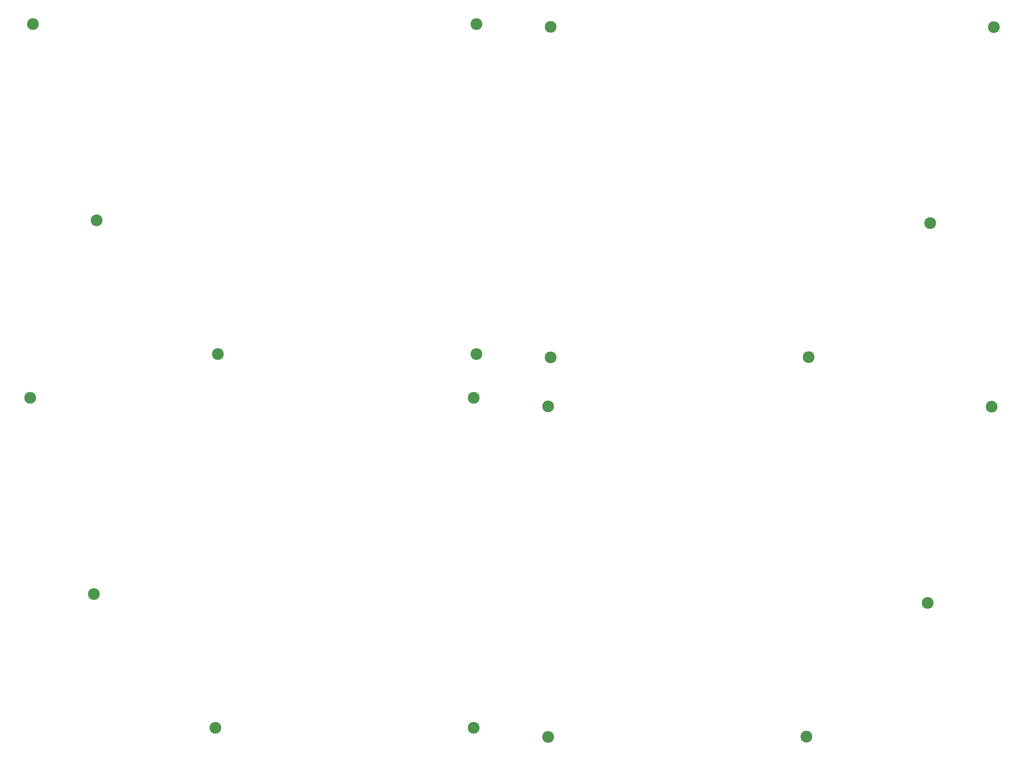
<source format=gbr>
%TF.GenerationSoftware,KiCad,Pcbnew,(7.0.0-0)*%
%TF.CreationDate,2023-03-05T22:09:21+09:00*%
%TF.ProjectId,11111_plates,31313131-315f-4706-9c61-7465732e6b69,rev?*%
%TF.SameCoordinates,Original*%
%TF.FileFunction,Soldermask,Bot*%
%TF.FilePolarity,Negative*%
%FSLAX46Y46*%
G04 Gerber Fmt 4.6, Leading zero omitted, Abs format (unit mm)*
G04 Created by KiCad (PCBNEW (7.0.0-0)) date 2023-03-05 22:09:21*
%MOMM*%
%LPD*%
G01*
G04 APERTURE LIST*
%ADD10C,3.600000*%
G04 APERTURE END LIST*
D10*
%TO.C,REF\u002A\u002A*%
X171220000Y-239060000D03*
%TD*%
%TO.C,REF\u002A\u002A*%
X92180000Y-239060000D03*
%TD*%
%TO.C,REF\u002A\u002A*%
X272936051Y-241800000D03*
%TD*%
%TO.C,REF\u002A\u002A*%
X36400000Y-23860000D03*
%TD*%
%TO.C,REF\u002A\u002A*%
X171220000Y-138160000D03*
%TD*%
%TO.C,REF\u002A\u002A*%
X330320003Y-24803965D03*
%TD*%
%TO.C,REF\u002A\u002A*%
X35600000Y-138160000D03*
%TD*%
%TO.C,REF\u002A\u002A*%
X193996051Y-241900000D03*
%TD*%
%TO.C,REF\u002A\u002A*%
X55880000Y-83920000D03*
%TD*%
%TO.C,REF\u002A\u002A*%
X310036051Y-200860000D03*
%TD*%
%TO.C,REF\u002A\u002A*%
X194740003Y-125803965D03*
%TD*%
%TO.C,REF\u002A\u002A*%
X194740003Y-24703965D03*
%TD*%
%TO.C,REF\u002A\u002A*%
X329576051Y-140900000D03*
%TD*%
%TO.C,REF\u002A\u002A*%
X92980000Y-124760000D03*
%TD*%
%TO.C,REF\u002A\u002A*%
X193996051Y-140800000D03*
%TD*%
%TO.C,REF\u002A\u002A*%
X273680003Y-125703965D03*
%TD*%
%TO.C,REF\u002A\u002A*%
X55080000Y-198220000D03*
%TD*%
%TO.C,REF\u002A\u002A*%
X310780003Y-84763965D03*
%TD*%
%TO.C,REF\u002A\u002A*%
X172020000Y-124760000D03*
%TD*%
%TO.C,REF\u002A\u002A*%
X172020000Y-23860000D03*
%TD*%
M02*

</source>
